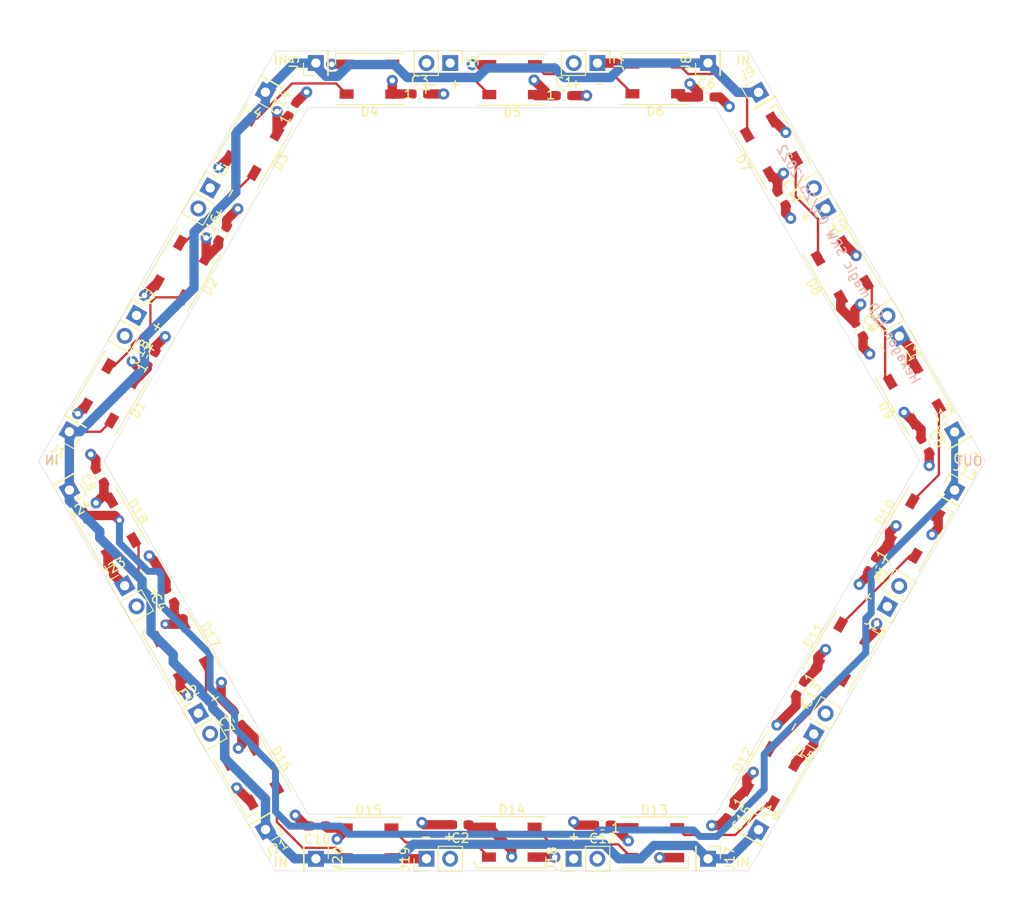
<source format=kicad_pcb>
(kicad_pcb (version 20171130) (host pcbnew "(5.1.6-0-10_14)")
  (layers (0 F.Cu signal) (1 GND signal hide) (2 PWR signal hide) (31 B.Cu signal) (34 B.Paste user) (35 F.Paste user) (36 B.SilkS user) (37 F.SilkS user) (38 B.Mask user) (39 F.Mask user) (44 Edge.Cuts user))
  (net 0 "")
  (net 1 GND)
  (net 2 "Net-(D1-Pad2)")
  (net 3 +5V)
  (net 4 "Net-(D2-Pad2)")
  (net 5 "Net-(D3-Pad2)")
  (net 6 "Net-(D4-Pad2)")
  (net 7 "Net-(D5-Pad2)")
  (net 8 "Net-(D6-Pad2)")
  (net 9 "Net-(D7-Pad2)")
  (net 10 "Net-(D8-Pad2)")
  (net 11 "Net-(D10-Pad4)")
  (net 12 "Net-(D11-Pad2)")
  (net 13 "Net-(D12-Pad2)")
  (net 14 "Net-(D13-Pad2)")
  (net 15 "Net-(D14-Pad2)")
  (net 16 "Net-(D15-Pad2)")
  (net 17 "Net-(D16-Pad2)")
  (net 18 "Net-(D17-Pad2)")
  (net 19 /in)
  (net 20 /int)
  (net 21 /out)
  (module Connector_PinHeader_2.54mm:PinHeader_1x02_P2.54mm_Vertical (layer F.Cu) (at 131.576451 133.676989 30)
    (fp_text reference J22 (at 0 -2.33 30) (layer F.SilkS))
    (fp_text value Conn_01x02_Male)
    (pad 2 thru_hole oval (at 0 2.54 30) (size 1.7 1.7) (drill 1) (layers *.Cu *.Mask) (net 1 GND))
    (pad 1 thru_hole rect (at 0 0 30) (size 1.7 1.7) (drill 1) (layers *.Cu *.Mask) (net 3 +5V))
  )
  (module Connector_PinHeader_2.54mm:PinHeader_1x02_P2.54mm_Vertical (layer F.Cu) (at 171.862651 149.293748 90)
    (fp_text reference J18 (at 0 -2.33 90) (layer F.SilkS))
    (fp_text value Conn_01x02_Male)
    (pad 1 thru_hole rect (at 0 0 90) (size 1.7 1.7) (drill 1) (layers *.Cu *.Mask) (net 3 +5V))
    (pad 2 thru_hole oval (at 0 2.54 90) (size 1.7 1.7) (drill 1) (layers *.Cu *.Mask) (net 1 GND))
  )
  (module Connector_PinHeader_2.54mm:PinHeader_1x01_P2.54mm_Vertical (layer F.Cu) (at 186.284307 149.292789 270)
    (fp_text reference J17 (at 0 -2.33 90) (layer F.SilkS))
    (fp_text value Conn_01x01_Male)
    (pad 1 thru_hole rect (at 0 0 270) (size 1.7 1.7) (drill 1) (layers *.Cu *.Mask) (net 19 /in))
  )
  (module Connector_PinHeader_2.54mm:PinHeader_1x01_P2.54mm_Vertical (layer F.Cu) (at 144.197683 149.296615 270)
    (fp_text reference J20 (at 0 -2.33 90) (layer F.SilkS))
    (fp_text value Conn_01x01_Male)
    (pad 1 thru_hole rect (at 0 0 270) (size 1.7 1.7) (drill 1) (layers *.Cu *.Mask) (net 19 /in))
  )
  (module Connector_PinHeader_2.54mm:PinHeader_1x01_P2.54mm_Vertical (layer F.Cu) (at 138.788109 146.166031 210)
    (fp_text reference J21 (at 0 -2.33 30) (layer F.SilkS))
    (fp_text value Conn_01x01_Male)
    (pad 1 thru_hole rect (at 0 0 210) (size 1.7 1.7) (drill 1) (layers *.Cu *.Mask) (net 19 /in))
  )
  (module Connector_PinHeader_2.54mm:PinHeader_1x02_P2.54mm_Vertical (layer F.Cu) (at 123.679225 119.995388 30)
    (fp_text reference J23 (at 0 -2.33 30) (layer F.SilkS))
    (fp_text value Conn_01x02_Male)
    (pad 1 thru_hole rect (at 0 0 30) (size 1.7 1.7) (drill 1) (layers *.Cu *.Mask) (net 1 GND))
    (pad 2 thru_hole oval (at 0 2.54 30) (size 1.7 1.7) (drill 1) (layers *.Cu *.Mask) (net 3 +5V))
  )
  (module Connector_PinHeader_2.54mm:PinHeader_1x01_P2.54mm_Vertical (layer F.Cu) (at 117.741483 109.719858 210)
    (fp_text reference J24 (at 0 -2.33 30) (layer F.SilkS))
    (fp_text value Conn_01x01_Male)
    (pad 1 thru_hole rect (at 0 0 210) (size 1.7 1.7) (drill 1) (layers *.Cu *.Mask) (net 19 /in))
  )
  (module LED_SMD:LED_WS2812B_PLCC4_5.0x5.0mm_P3.2mm (layer F.Cu) (at 122.041129 113.772652 300)
    (fp_text reference D18 (at 0 -3.5 120) (layer F.SilkS))
    (fp_text value WS2812B)
    (pad 3 smd rect (at 2.45 1.6 300) (size 1.5 1) (layers F.Cu F.Paste F.Mask) (net 1 GND))
    (pad 4 smd rect (at 2.45 -1.6 300) (size 1.5 1) (layers F.Cu F.Paste F.Mask) (net 18 "Net-(D17-Pad2)"))
    (pad 2 smd rect (at -2.45 1.6 300) (size 1.5 1) (layers F.Cu F.Paste F.Mask) (net 21 /out))
    (pad 1 smd rect (at -2.45 -1.6 300) (size 1.5 1) (layers F.Cu F.Paste F.Mask) (net 3 +5V))
  )
  (module Connector_PinHeader_2.54mm:PinHeader_1x02_P2.54mm_Vertical (layer F.Cu) (at 156.065424 149.292147 90)
    (fp_text reference J19 (at 0 -2.33 90) (layer F.SilkS))
    (fp_text value Conn_01x02_Male)
    (pad 2 thru_hole oval (at 0 2.54 90) (size 1.7 1.7) (drill 1) (layers *.Cu *.Mask) (net 3 +5V))
    (pad 1 thru_hole rect (at 0 0 90) (size 1.7 1.7) (drill 1) (layers *.Cu *.Mask) (net 1 GND))
  )
  (module LED_SMD:LED_WS2812B_PLCC4_5.0x5.0mm_P3.2mm (layer F.Cu) (at 137.398552 140.324637 300)
    (fp_text reference D16 (at 0 -3.5 120) (layer F.SilkS))
    (fp_text value WS2812B)
    (pad 3 smd rect (at 2.45 1.6 300) (size 1.5 1) (layers F.Cu F.Paste F.Mask) (net 1 GND))
    (pad 4 smd rect (at 2.45 -1.6 300) (size 1.5 1) (layers F.Cu F.Paste F.Mask) (net 16 "Net-(D15-Pad2)"))
    (pad 2 smd rect (at -2.45 1.6 300) (size 1.5 1) (layers F.Cu F.Paste F.Mask) (net 17 "Net-(D16-Pad2)"))
    (pad 1 smd rect (at -2.45 -1.6 300) (size 1.5 1) (layers F.Cu F.Paste F.Mask) (net 3 +5V))
  )
  (module Connector_PinHeader_2.54mm:PinHeader_1x02_P2.54mm_Vertical (layer F.Cu) (at 205.535273 122.223545 150)
    (fp_text reference J14 (at 0 -2.33 150) (layer F.SilkS))
    (fp_text value Conn_01x02_Male)
    (pad 2 thru_hole oval (at 0 2.54 150) (size 1.7 1.7) (drill 1) (layers *.Cu *.Mask) (net 1 GND))
    (pad 1 thru_hole rect (at 0 0 150) (size 1.7 1.7) (drill 1) (layers *.Cu *.Mask) (net 3 +5V))
  )
  (module Connector_PinHeader_2.54mm:PinHeader_1x02_P2.54mm_Vertical (layer F.Cu) (at 197.635273 135.903544 150)
    (fp_text reference J15 (at 0 -2.33 150) (layer F.SilkS))
    (fp_text value Conn_01x02_Male)
    (pad 1 thru_hole rect (at 0 0 150) (size 1.7 1.7) (drill 1) (layers *.Cu *.Mask) (net 1 GND))
    (pad 2 thru_hole oval (at 0 2.54 150) (size 1.7 1.7) (drill 1) (layers *.Cu *.Mask) (net 3 +5V))
  )
  (module Connector_PinHeader_2.54mm:PinHeader_1x01_P2.54mm_Vertical (layer F.Cu) (at 212.745272 109.733545 330)
    (fp_text reference J13 (at 0 -2.33 150) (layer F.SilkS))
    (fp_text value Conn_01x01_Male)
    (pad 1 thru_hole rect (at 0 0 330) (size 1.7 1.7) (drill 1) (layers *.Cu *.Mask) (net 21 /out))
  )
  (module LED_SMD:LED_WS2812B_PLCC4_5.0x5.0mm_P3.2mm (layer F.Cu) (at 208.375274 113.853544 60)
    (fp_text reference D10 (at 0 -3.5 60) (layer F.SilkS))
    (fp_text value WS2812B)
    (fp_text user 1 (at -4.15 -1.6 60) (layer F.SilkS))
    (pad 1 smd rect (at -2.45 -1.6 60) (size 1.5 1) (layers F.Cu F.Paste F.Mask) (net 3 +5V))
    (pad 2 smd rect (at -2.45 1.6 60) (size 1.5 1) (layers F.Cu F.Paste F.Mask) (net 20 /int))
    (pad 4 smd rect (at 2.45 -1.6 60) (size 1.5 1) (layers F.Cu F.Paste F.Mask) (net 11 "Net-(D10-Pad4)"))
    (pad 3 smd rect (at 2.45 1.6 60) (size 1.5 1) (layers F.Cu F.Paste F.Mask) (net 1 GND))
  )
  (module Connector_PinHeader_2.54mm:PinHeader_1x01_P2.54mm_Vertical (layer F.Cu) (at 191.705273 146.183544 330)
    (fp_text reference J16 (at 0 -2.33 150) (layer F.SilkS))
    (fp_text value Conn_01x01_Male)
    (pad 1 thru_hole rect (at 0 0 330) (size 1.7 1.7) (drill 1) (layers *.Cu *.Mask) (net 19 /in))
  )
  (module LED_SMD:LED_WS2812B_PLCC4_5.0x5.0mm_P3.2mm (layer F.Cu) (at 193.065273 140.433544 60)
    (fp_text reference D12 (at 0 -3.5 60) (layer F.SilkS))
    (fp_text value WS2812B)
    (fp_text user 1 (at -4.15 -1.6 60) (layer F.SilkS))
    (pad 3 smd rect (at 2.45 1.6 60) (size 1.5 1) (layers F.Cu F.Paste F.Mask) (net 1 GND))
    (pad 4 smd rect (at 2.45 -1.6 60) (size 1.5 1) (layers F.Cu F.Paste F.Mask) (net 12 "Net-(D11-Pad2)"))
    (pad 2 smd rect (at -2.45 1.6 60) (size 1.5 1) (layers F.Cu F.Paste F.Mask) (net 13 "Net-(D12-Pad2)"))
    (pad 1 smd rect (at -2.45 -1.6 60) (size 1.5 1) (layers F.Cu F.Paste F.Mask) (net 3 +5V))
  )
  (module LED_SMD:LED_WS2812B_PLCC4_5.0x5.0mm_P3.2mm (layer F.Cu) (at 200.675273 127.083544 60)
    (fp_text reference D11 (at 0 -3.5 60) (layer F.SilkS))
    (fp_text value WS2812B)
    (fp_text user 1 (at -4.15 -1.6 60) (layer F.SilkS))
    (pad 3 smd rect (at 2.45 1.6 60) (size 1.5 1) (layers F.Cu F.Paste F.Mask) (net 1 GND))
    (pad 4 smd rect (at 2.45 -1.6 60) (size 1.5 1) (layers F.Cu F.Paste F.Mask) (net 20 /int))
    (pad 2 smd rect (at -2.45 1.6 60) (size 1.5 1) (layers F.Cu F.Paste F.Mask) (net 12 "Net-(D11-Pad2)"))
    (pad 1 smd rect (at -2.45 -1.6 60) (size 1.5 1) (layers F.Cu F.Paste F.Mask) (net 3 +5V))
  )
  (module LED_SMD:LED_WS2812B_PLCC4_5.0x5.0mm_P3.2mm (layer F.Cu) (at 208.452005 99.430629 120)
    (fp_text reference D9 (at 0 -3.5 120) (layer F.SilkS))
    (fp_text value WS2812B)
    (pad 1 smd rect (at -2.45 -1.6 120) (size 1.5 1) (layers F.Cu F.Paste F.Mask) (net 3 +5V))
    (pad 2 smd rect (at -2.45 1.6 120) (size 1.5 1) (layers F.Cu F.Paste F.Mask) (net 11 "Net-(D10-Pad4)"))
    (pad 4 smd rect (at 2.45 -1.6 120) (size 1.5 1) (layers F.Cu F.Paste F.Mask) (net 10 "Net-(D8-Pad2)"))
    (pad 3 smd rect (at 2.45 1.6 120) (size 1.5 1) (layers F.Cu F.Paste F.Mask) (net 1 GND))
  )
  (module LED_SMD:LED_WS2812B_PLCC4_5.0x5.0mm_P3.2mm (layer F.Cu) (at 193.088049 72.88178 120)
    (fp_text reference D7 (at 0 -3.5 120) (layer F.SilkS))
    (fp_text value WS2812B)
    (pad 3 smd rect (at 2.45 1.6 120) (size 1.5 1) (layers F.Cu F.Paste F.Mask) (net 1 GND))
    (pad 4 smd rect (at 2.45 -1.6 120) (size 1.5 1) (layers F.Cu F.Paste F.Mask) (net 8 "Net-(D6-Pad2)"))
    (pad 2 smd rect (at -2.45 1.6 120) (size 1.5 1) (layers F.Cu F.Paste F.Mask) (net 9 "Net-(D7-Pad2)"))
    (pad 1 smd rect (at -2.45 -1.6 120) (size 1.5 1) (layers F.Cu F.Paste F.Mask) (net 3 +5V))
  )
  (module Connector_PinHeader_2.54mm:PinHeader_1x01_P2.54mm_Vertical (layer F.Cu) (at 212.75165 103.483424 30)
    (fp_text reference J12 (at 0 -2.33 30) (layer F.SilkS))
    (fp_text value Conn_01x01_Male)
    (pad 1 thru_hole rect (at 0 0 30) (size 1.7 1.7) (drill 1) (layers *.Cu *.Mask) (net 21 /out))
  )
  (module Connector_PinHeader_2.54mm:PinHeader_1x01_P2.54mm_Vertical (layer F.Cu) (at 191.705025 67.037252 30)
    (fp_text reference J9 (at 0 -2.33 30) (layer F.SilkS))
    (fp_text value Conn_01x01_Male)
    (pad 1 thru_hole rect (at 0 0 30) (size 1.7 1.7) (drill 1) (layers *.Cu *.Mask) (net 19 /in))
  )
  (module Connector_PinHeader_2.54mm:PinHeader_1x02_P2.54mm_Vertical (layer F.Cu) (at 198.916683 79.526293 210)
    (fp_text reference J10 (at 0 -2.33 30) (layer F.SilkS))
    (fp_text value Conn_01x02_Male)
    (pad 1 thru_hole rect (at 0 0 210) (size 1.7 1.7) (drill 1) (layers *.Cu *.Mask) (net 3 +5V))
    (pad 2 thru_hole oval (at 0 2.54 210) (size 1.7 1.7) (drill 1) (layers *.Cu *.Mask) (net 1 GND))
  )
  (module Connector_PinHeader_2.54mm:PinHeader_1x02_P2.54mm_Vertical (layer F.Cu) (at 206.81391 93.207893 210)
    (fp_text reference J11 (at 0 -2.33 30) (layer F.SilkS))
    (fp_text value Conn_01x02_Male)
    (pad 2 thru_hole oval (at 0 2.54 210) (size 1.7 1.7) (drill 1) (layers *.Cu *.Mask) (net 3 +5V))
    (pad 1 thru_hole rect (at 0 0 210) (size 1.7 1.7) (drill 1) (layers *.Cu *.Mask) (net 1 GND))
  )
  (module LED_SMD:LED_WS2812B_PLCC4_5.0x5.0mm_P3.2mm (layer F.Cu) (at 200.695565 86.165177 120)
    (fp_text reference D8 (at 0 -3.5 120) (layer F.SilkS))
    (fp_text value WS2812B)
    (pad 1 smd rect (at -2.45 -1.6 120) (size 1.5 1) (layers F.Cu F.Paste F.Mask) (net 3 +5V))
    (pad 2 smd rect (at -2.45 1.6 120) (size 1.5 1) (layers F.Cu F.Paste F.Mask) (net 10 "Net-(D8-Pad2)"))
    (pad 4 smd rect (at 2.45 -1.6 120) (size 1.5 1) (layers F.Cu F.Paste F.Mask) (net 9 "Net-(D7-Pad2)"))
    (pad 3 smd rect (at 2.45 1.6 120) (size 1.5 1) (layers F.Cu F.Paste F.Mask) (net 1 GND))
  )
  (module Connector_PinHeader_2.54mm:PinHeader_1x02_P2.54mm_Vertical (layer F.Cu) (at 158.614808 63.896332 270)
    (fp_text reference J6 (at 0 -2.33 90) (layer F.SilkS))
    (fp_text value Conn_01x02_Male)
    (pad 2 thru_hole oval (at 0 2.54 270) (size 1.7 1.7) (drill 1) (layers *.Cu *.Mask) (net 1 GND))
    (pad 1 thru_hole rect (at 0 0 270) (size 1.7 1.7) (drill 1) (layers *.Cu *.Mask) (net 3 +5V))
  )
  (module Connector_PinHeader_2.54mm:PinHeader_1x02_P2.54mm_Vertical (layer F.Cu) (at 174.412035 63.897933 270)
    (fp_text reference J7 (at 0 -2.33 90) (layer F.SilkS))
    (fp_text value Conn_01x02_Male)
    (pad 1 thru_hole rect (at 0 0 270) (size 1.7 1.7) (drill 1) (layers *.Cu *.Mask) (net 1 GND))
    (pad 2 thru_hole oval (at 0 2.54 270) (size 1.7 1.7) (drill 1) (layers *.Cu *.Mask) (net 3 +5V))
  )
  (module Connector_PinHeader_2.54mm:PinHeader_1x01_P2.54mm_Vertical (layer F.Cu) (at 144.193151 63.897289 90)
    (fp_text reference J5 (at 0 -2.33 90) (layer F.SilkS))
    (fp_text value Conn_01x01_Male)
    (pad 1 thru_hole rect (at 0 0 90) (size 1.7 1.7) (drill 1) (layers *.Cu *.Mask) (net 19 /in))
  )
  (module LED_SMD:LED_WS2812B_PLCC4_5.0x5.0mm_P3.2mm (layer F.Cu) (at 149.946174 65.621819 180)
    (fp_text reference D4 (at 0 -3.5) (layer F.SilkS))
    (fp_text value WS2812B)
    (fp_text user 1 (at -4.15 -1.6) (layer F.SilkS))
    (pad 1 smd rect (at -2.45 -1.6 180) (size 1.5 1) (layers F.Cu F.Paste F.Mask) (net 3 +5V))
    (pad 2 smd rect (at -2.45 1.6 180) (size 1.5 1) (layers F.Cu F.Paste F.Mask) (net 6 "Net-(D4-Pad2)"))
    (pad 4 smd rect (at 2.45 -1.6 180) (size 1.5 1) (layers F.Cu F.Paste F.Mask) (net 5 "Net-(D3-Pad2)"))
    (pad 3 smd rect (at 2.45 1.6 180) (size 1.5 1) (layers F.Cu F.Paste F.Mask) (net 1 GND))
  )
  (module Connector_PinHeader_2.54mm:PinHeader_1x01_P2.54mm_Vertical (layer F.Cu) (at 186.279776 63.893464 90)
    (fp_text reference J8 (at 0 -2.33 90) (layer F.SilkS))
    (fp_text value Conn_01x01_Male)
    (pad 1 thru_hole rect (at 0 0 90) (size 1.7 1.7) (drill 1) (layers *.Cu *.Mask) (net 19 /in))
  )
  (module LED_SMD:LED_WS2812B_PLCC4_5.0x5.0mm_P3.2mm (layer F.Cu) (at 180.62013 65.590669 180)
    (fp_text reference D6 (at 0 -3.5) (layer F.SilkS))
    (fp_text value WS2812B)
    (pad 3 smd rect (at 2.45 1.6 180) (size 1.5 1) (layers F.Cu F.Paste F.Mask) (net 1 GND))
    (pad 4 smd rect (at 2.45 -1.6 180) (size 1.5 1) (layers F.Cu F.Paste F.Mask) (net 7 "Net-(D5-Pad2)"))
    (pad 2 smd rect (at -2.45 1.6 180) (size 1.5 1) (layers F.Cu F.Paste F.Mask) (net 8 "Net-(D6-Pad2)"))
    (pad 1 smd rect (at -2.45 -1.6 180) (size 1.5 1) (layers F.Cu F.Paste F.Mask) (net 3 +5V))
  )
  (module LED_SMD:LED_WS2812B_PLCC4_5.0x5.0mm_P3.2mm (layer F.Cu) (at 165.253691 65.675216 180)
    (fp_text reference D5 (at 0 -3.5) (layer F.SilkS))
    (fp_text value WS2812B)
    (fp_text user 1 (at -4.15 -1.6) (layer F.SilkS))
    (pad 3 smd rect (at 2.45 1.6 180) (size 1.5 1) (layers F.Cu F.Paste F.Mask) (net 1 GND))
    (pad 4 smd rect (at 2.45 -1.6 180) (size 1.5 1) (layers F.Cu F.Paste F.Mask) (net 6 "Net-(D4-Pad2)"))
    (pad 2 smd rect (at -2.45 1.6 180) (size 1.5 1) (layers F.Cu F.Paste F.Mask) (net 7 "Net-(D5-Pad2)"))
    (pad 1 smd rect (at -2.45 -1.6 180) (size 1.5 1) (layers F.Cu F.Paste F.Mask) (net 3 +5V))
  )
  (module LED_SMD:LED_WS2812B_PLCC4_5.0x5.0mm_P3.2mm (layer F.Cu) (at 137.417198 72.766826 240)
    (fp_text reference D3 (at 0 -3.5 60) (layer F.SilkS))
    (fp_text value WS2812B)
    (fp_text user 1 (at -4.15 -1.6 60) (layer F.SilkS))
    (pad 1 smd rect (at -2.45 -1.6 240) (size 1.5 1) (layers F.Cu F.Paste F.Mask) (net 3 +5V))
    (pad 2 smd rect (at -2.45 1.6 240) (size 1.5 1) (layers F.Cu F.Paste F.Mask) (net 5 "Net-(D3-Pad2)"))
    (pad 4 smd rect (at 2.45 -1.6 240) (size 1.5 1) (layers F.Cu F.Paste F.Mask) (net 4 "Net-(D2-Pad2)"))
    (pad 3 smd rect (at 2.45 1.6 240) (size 1.5 1) (layers F.Cu F.Paste F.Mask) (net 1 GND))
  )
  (module LED_SMD:LED_WS2812B_PLCC4_5.0x5.0mm_P3.2mm (layer F.Cu) (at 122.107198 99.346826 240)
    (fp_text reference D1 (at 0 -3.5 60) (layer F.SilkS))
    (fp_text value WS2812B)
    (fp_text user 1 (at -4.15 -1.6 60) (layer F.SilkS))
    (pad 3 smd rect (at 2.45 1.6 240) (size 1.5 1) (layers F.Cu F.Paste F.Mask) (net 1 GND))
    (pad 4 smd rect (at 2.45 -1.6 240) (size 1.5 1) (layers F.Cu F.Paste F.Mask) (net 19 /in))
    (pad 2 smd rect (at -2.45 1.6 240) (size 1.5 1) (layers F.Cu F.Paste F.Mask) (net 2 "Net-(D1-Pad2)"))
    (pad 1 smd rect (at -2.45 -1.6 240) (size 1.5 1) (layers F.Cu F.Paste F.Mask) (net 3 +5V))
  )
  (module Connector_PinHeader_2.54mm:PinHeader_1x01_P2.54mm_Vertical (layer F.Cu) (at 138.777199 67.016826 150)
    (fp_text reference J4 (at 0 -2.33 150) (layer F.SilkS))
    (fp_text value Conn_01x01_Male)
    (pad 1 thru_hole rect (at 0 0 150) (size 1.7 1.7) (drill 1) (layers *.Cu *.Mask) (net 19 /in))
  )
  (module Connector_PinHeader_2.54mm:PinHeader_1x01_P2.54mm_Vertical (layer F.Cu) (at 117.7372 103.466824 150)
    (fp_text reference J1 (at 0 -2.33 150) (layer F.SilkS))
    (fp_text value Conn_01x01_Male)
    (pad 1 thru_hole rect (at 0 0 150) (size 1.7 1.7) (drill 1) (layers *.Cu *.Mask) (net 19 /in))
  )
  (module Connector_PinHeader_2.54mm:PinHeader_1x02_P2.54mm_Vertical (layer F.Cu) (at 124.947198 90.976825 330)
    (fp_text reference J2 (at 0 -2.33 150) (layer F.SilkS))
    (fp_text value Conn_01x02_Male)
    (pad 1 thru_hole rect (at 0 0 330) (size 1.7 1.7) (drill 1) (layers *.Cu *.Mask) (net 3 +5V))
    (pad 2 thru_hole oval (at 0 2.54 330) (size 1.7 1.7) (drill 1) (layers *.Cu *.Mask) (net 1 GND))
  )
  (module Connector_PinHeader_2.54mm:PinHeader_1x02_P2.54mm_Vertical (layer F.Cu) (at 132.847198 77.296826 330)
    (fp_text reference J3 (at 0 -2.33 150) (layer F.SilkS))
    (fp_text value Conn_01x02_Male)
    (pad 2 thru_hole oval (at 0 2.54 330) (size 1.7 1.7) (drill 1) (layers *.Cu *.Mask) (net 3 +5V))
    (pad 1 thru_hole rect (at 0 0 330) (size 1.7 1.7) (drill 1) (layers *.Cu *.Mask) (net 1 GND))
  )
  (module LED_SMD:LED_WS2812B_PLCC4_5.0x5.0mm_P3.2mm (layer F.Cu) (at 129.807199 86.116826 240)
    (fp_text reference D2 (at 0 -3.5 60) (layer F.SilkS))
    (fp_text value WS2812B)
    (pad 1 smd rect (at -2.45 -1.6 240) (size 1.5 1) (layers F.Cu F.Paste F.Mask) (net 3 +5V))
    (pad 2 smd rect (at -2.45 1.6 240) (size 1.5 1) (layers F.Cu F.Paste F.Mask) (net 4 "Net-(D2-Pad2)"))
    (pad 4 smd rect (at 2.45 -1.6 240) (size 1.5 1) (layers F.Cu F.Paste F.Mask) (net 2 "Net-(D1-Pad2)"))
    (pad 3 smd rect (at 2.45 1.6 240) (size 1.5 1) (layers F.Cu F.Paste F.Mask) (net 1 GND))
  )
  (module LED_SMD:LED_WS2812B_PLCC4_5.0x5.0mm_P3.2mm (layer F.Cu) (at 180.524753 147.571394)
    (fp_text reference D13 (at 0 -3.5) (layer F.SilkS))
    (fp_text value WS2812B)
    (fp_text user 1 (at -4.15 -1.6) (layer F.SilkS))
    (pad 1 smd rect (at -2.45 -1.6) (size 1.5 1) (layers F.Cu F.Paste F.Mask) (net 3 +5V))
    (pad 2 smd rect (at -2.45 1.6) (size 1.5 1) (layers F.Cu F.Paste F.Mask) (net 14 "Net-(D13-Pad2)"))
    (pad 4 smd rect (at 2.45 -1.6) (size 1.5 1) (layers F.Cu F.Paste F.Mask) (net 13 "Net-(D12-Pad2)"))
    (pad 3 smd rect (at 2.45 1.6) (size 1.5 1) (layers F.Cu F.Paste F.Mask) (net 1 GND))
  )
  (module LED_SMD:LED_WS2812B_PLCC4_5.0x5.0mm_P3.2mm (layer F.Cu) (at 149.850797 147.602545)
    (fp_text reference D15 (at 0 -3.5) (layer F.SilkS))
    (fp_text value WS2812B)
    (pad 3 smd rect (at 2.45 1.6) (size 1.5 1) (layers F.Cu F.Paste F.Mask) (net 1 GND))
    (pad 4 smd rect (at 2.45 -1.6) (size 1.5 1) (layers F.Cu F.Paste F.Mask) (net 15 "Net-(D14-Pad2)"))
    (pad 2 smd rect (at -2.45 1.6) (size 1.5 1) (layers F.Cu F.Paste F.Mask) (net 16 "Net-(D15-Pad2)"))
    (pad 1 smd rect (at -2.45 -1.6) (size 1.5 1) (layers F.Cu F.Paste F.Mask) (net 3 +5V))
  )
  (module LED_SMD:LED_WS2812B_PLCC4_5.0x5.0mm_P3.2mm (layer F.Cu) (at 165.217236 147.517998)
    (fp_text reference D14 (at 0 -3.5) (layer F.SilkS))
    (fp_text value WS2812B)
    (pad 3 smd rect (at 2.45 1.6) (size 1.5 1) (layers F.Cu F.Paste F.Mask) (net 1 GND))
    (pad 4 smd rect (at 2.45 -1.6) (size 1.5 1) (layers F.Cu F.Paste F.Mask) (net 14 "Net-(D13-Pad2)"))
    (pad 2 smd rect (at -2.45 1.6) (size 1.5 1) (layers F.Cu F.Paste F.Mask) (net 15 "Net-(D14-Pad2)"))
    (pad 1 smd rect (at -2.45 -1.6) (size 1.5 1) (layers F.Cu F.Paste F.Mask) (net 3 +5V))
  )
  (module LED_SMD:LED_WS2812B_PLCC4_5.0x5.0mm_P3.2mm (layer F.Cu) (at 129.791036 127.04124 300)
    (fp_text reference D17 (at 0 -3.5 120) (layer F.SilkS))
    (fp_text value WS2812B)
    (pad 1 smd rect (at -2.45 -1.6 300) (size 1.5 1) (layers F.Cu F.Paste F.Mask) (net 3 +5V))
    (pad 2 smd rect (at -2.45 1.6 300) (size 1.5 1) (layers F.Cu F.Paste F.Mask) (net 18 "Net-(D17-Pad2)"))
    (pad 4 smd rect (at 2.45 -1.6 300) (size 1.5 1) (layers F.Cu F.Paste F.Mask) (net 17 "Net-(D16-Pad2)"))
    (pad 3 smd rect (at 2.45 1.6 300) (size 1.5 1) (layers F.Cu F.Paste F.Mask) (net 1 GND))
  )
  (module Capacitor_SMD:C_0603_1608Metric_Pad1.05x0.95mm_HandSolder (layer F.Cu) (at 170.83 67.39)
    (fp_text reference C1 (at 0 -1.43) (layer F.SilkS))
    (fp_text value C)
    (pad 2 smd roundrect (at 0.875 0) (size 1.05 0.95) (layers F.Cu F.Paste F.Mask) (net 1 GND))
    (pad 1 smd roundrect (at -0.875 0) (size 1.05 0.95) (layers F.Cu F.Paste F.Mask) (net 3 +5V))
  )
  (module Capacitor_SMD:C_0603_1608Metric_Pad1.05x0.95mm_HandSolder (layer F.Cu) (at 159.7 145.65 180)
    (fp_text reference C2 (at 0 -1.43) (layer F.SilkS))
    (fp_text value C)
    (pad 2 smd roundrect (at 0.875 0 180) (size 1.05 0.95) (layers F.Cu F.Paste F.Mask) (net 1 GND))
    (pad 1 smd roundrect (at -0.875 0 180) (size 1.05 0.95) (layers F.Cu F.Paste F.Mask) (net 3 +5V))
  )
  (module Capacitor_SMD:C_0603_1608Metric_Pad1.05x0.95mm_HandSolder (layer F.Cu) (at 155.355 67.21)
    (fp_text reference C3 (at 0 -1.43) (layer F.SilkS))
    (fp_text value C)
    (pad 1 smd roundrect (at -0.875 0) (size 1.05 0.95) (layers F.Cu F.Paste F.Mask) (net 3 +5V))
    (pad 2 smd roundrect (at 0.875 0) (size 1.05 0.95) (layers F.Cu F.Paste F.Mask) (net 1 GND))
  )
  (module Capacitor_SMD:C_0603_1608Metric_Pad1.05x0.95mm_HandSolder (layer F.Cu) (at 128.5475 121.067772 120)
    (fp_text reference C4 (at 0 -1.43 120) (layer F.SilkS))
    (fp_text value C)
    (pad 2 smd roundrect (at 0.875 0 120) (size 1.05 0.95) (layers F.Cu F.Paste F.Mask) (net 1 GND))
    (pad 1 smd roundrect (at -0.875 0 120) (size 1.05 0.95) (layers F.Cu F.Paste F.Mask) (net 3 +5V))
  )
  (module Capacitor_SMD:C_0603_1608Metric_Pad1.05x0.95mm_HandSolder (layer F.Cu) (at 209.5875 104.957772 300)
    (fp_text reference C5 (at 0 -1.43 120) (layer F.SilkS))
    (fp_text value C)
    (pad 2 smd roundrect (at 0.875 0 300) (size 1.05 0.95) (layers F.Cu F.Paste F.Mask) (net 1 GND))
    (pad 1 smd roundrect (at -0.875 0 300) (size 1.05 0.95) (layers F.Cu F.Paste F.Mask) (net 3 +5V))
  )
  (module Capacitor_SMD:C_0603_1608Metric_Pad1.05x0.95mm_HandSolder (layer F.Cu) (at 186.105 67.54)
    (fp_text reference C6 (at 0 -1.43) (layer F.SilkS))
    (fp_text value C)
    (pad 2 smd roundrect (at 0.875 0) (size 1.05 0.95) (layers F.Cu F.Paste F.Mask) (net 1 GND))
    (pad 1 smd roundrect (at -0.875 0) (size 1.05 0.95) (layers F.Cu F.Paste F.Mask) (net 3 +5V))
  )
  (module Capacitor_SMD:C_0603_1608Metric_Pad1.05x0.95mm_HandSolder (layer F.Cu) (at 135.81 134.22 120)
    (fp_text reference C7 (at 0 -1.43 120) (layer F.SilkS))
    (fp_text value C)
    (pad 2 smd roundrect (at 0.875 0 120) (size 1.05 0.95) (layers F.Cu F.Paste F.Mask) (net 1 GND))
    (pad 1 smd roundrect (at -0.875 0 120) (size 1.05 0.95) (layers F.Cu F.Paste F.Mask) (net 3 +5V))
  )
  (module Capacitor_SMD:C_0603_1608Metric_Pad1.05x0.95mm_HandSolder (layer F.Cu) (at 121.0075 108.197772 120)
    (fp_text reference C8 (at 0 -1.43 120) (layer F.SilkS))
    (fp_text value C)
    (pad 2 smd roundrect (at 0.875 0 120) (size 1.05 0.95) (layers F.Cu F.Paste F.Mask) (net 1 GND))
    (pad 1 smd roundrect (at -0.875 0 120) (size 1.05 0.95) (layers F.Cu F.Paste F.Mask) (net 3 +5V))
  )
  (module Capacitor_SMD:C_0603_1608Metric_Pad1.05x0.95mm_HandSolder (layer F.Cu) (at 202.48 92.5 300)
    (fp_text reference C9 (at 0 -1.43 120) (layer F.SilkS))
    (fp_text value C)
    (pad 2 smd roundrect (at 0.875 0 300) (size 1.05 0.95) (layers F.Cu F.Paste F.Mask) (net 1 GND))
    (pad 1 smd roundrect (at -0.875 0 300) (size 1.05 0.95) (layers F.Cu F.Paste F.Mask) (net 3 +5V))
  )
  (module Capacitor_SMD:C_0603_1608Metric_Pad1.05x0.95mm_HandSolder (layer F.Cu) (at 144.355 145.77 180)
    (fp_text reference C10 (at 0 -1.43) (layer F.SilkS))
    (fp_text value C)
    (pad 1 smd roundrect (at -0.875 0 180) (size 1.05 0.95) (layers F.Cu F.Paste F.Mask) (net 3 +5V))
    (pad 2 smd roundrect (at 0.875 0 180) (size 1.05 0.95) (layers F.Cu F.Paste F.Mask) (net 1 GND))
  )
  (module Capacitor_SMD:C_0603_1608Metric_Pad1.05x0.95mm_HandSolder (layer F.Cu) (at 194.18 78.42 300)
    (fp_text reference C11 (at 0 -1.43 120) (layer F.SilkS))
    (fp_text value C)
    (pad 1 smd roundrect (at -0.875 0 300) (size 1.05 0.95) (layers F.Cu F.Paste F.Mask) (net 3 +5V))
    (pad 2 smd roundrect (at 0.875 0 300) (size 1.05 0.95) (layers F.Cu F.Paste F.Mask) (net 1 GND))
  )
  (module Capacitor_SMD:C_0603_1608Metric_Pad1.05x0.95mm_HandSolder (layer F.Cu) (at 174.945 145.69 180)
    (fp_text reference C12 (at 0 -1.43) (layer F.SilkS))
    (fp_text value C)
    (pad 1 smd roundrect (at -0.875 0 180) (size 1.05 0.95) (layers F.Cu F.Paste F.Mask) (net 3 +5V))
    (pad 2 smd roundrect (at 0.875 0 180) (size 1.05 0.95) (layers F.Cu F.Paste F.Mask) (net 1 GND))
  )
  (module Capacitor_SMD:C_0603_1608Metric_Pad1.05x0.95mm_HandSolder (layer F.Cu) (at 196.17 131.01 240)
    (fp_text reference C13 (at 0 -1.43 60) (layer F.SilkS))
    (fp_text value C)
    (pad 1 smd roundrect (at -0.875 0 240) (size 1.05 0.95) (layers F.Cu F.Paste F.Mask) (net 3 +5V))
    (pad 2 smd roundrect (at 0.875 0 240) (size 1.05 0.95) (layers F.Cu F.Paste F.Mask) (net 1 GND))
  )
  (module Capacitor_SMD:C_0603_1608Metric_Pad1.05x0.95mm_HandSolder (layer F.Cu) (at 141.6625 68.867772 60)
    (fp_text reference C14 (at 0 -1.43 60) (layer F.SilkS))
    (fp_text value C)
    (pad 1 smd roundrect (at -0.875 0 60) (size 1.05 0.95) (layers F.Cu F.Paste F.Mask) (net 3 +5V))
    (pad 2 smd roundrect (at 0.875 0 60) (size 1.05 0.95) (layers F.Cu F.Paste F.Mask) (net 1 GND))
  )
  (module Capacitor_SMD:C_0603_1608Metric_Pad1.05x0.95mm_HandSolder (layer F.Cu) (at 188.68 144.23 240)
    (fp_text reference C15 (at 0 -1.43 60) (layer F.SilkS))
    (fp_text value C)
    (pad 2 smd roundrect (at 0.875 0 240) (size 1.05 0.95) (layers F.Cu F.Paste F.Mask) (net 1 GND))
    (pad 1 smd roundrect (at -0.875 0 240) (size 1.05 0.95) (layers F.Cu F.Paste F.Mask) (net 3 +5V))
  )
  (module Capacitor_SMD:C_0603_1608Metric_Pad1.05x0.95mm_HandSolder (layer F.Cu) (at 134.1825 82.207772 60)
    (fp_text reference C16 (at 0 -1.43 60) (layer F.SilkS))
    (fp_text value C)
    (pad 1 smd roundrect (at -0.875 0 60) (size 1.05 0.95) (layers F.Cu F.Paste F.Mask) (net 3 +5V))
    (pad 2 smd roundrect (at 0.875 0 60) (size 1.05 0.95) (layers F.Cu F.Paste F.Mask) (net 1 GND))
  )
  (module Capacitor_SMD:C_0603_1608Metric_Pad1.05x0.95mm_HandSolder (layer F.Cu) (at 203.91 117.71 240)
    (fp_text reference C17 (at 0 -1.43 60) (layer F.SilkS))
    (fp_text value C)
    (pad 1 smd roundrect (at -0.875 0 240) (size 1.05 0.95) (layers F.Cu F.Paste F.Mask) (net 3 +5V))
    (pad 2 smd roundrect (at 0.875 0 240) (size 1.05 0.95) (layers F.Cu F.Paste F.Mask) (net 1 GND))
  )
  (module Capacitor_SMD:C_0603_1608Metric_Pad1.05x0.95mm_HandSolder (layer F.Cu) (at 126.5275 95.642228 60)
    (fp_text reference C18 (at 0 -1.43 60) (layer F.SilkS))
    (fp_text value C)
    (pad 1 smd roundrect (at -0.875 0 60) (size 1.05 0.95) (layers F.Cu F.Paste F.Mask) (net 3 +5V))
    (pad 2 smd roundrect (at 0.875 0 60) (size 1.05 0.95) (layers F.Cu F.Paste F.Mask) (net 1 GND))
  )
  (gr_text "Hexagon LED magic SRW 03/25/2022" (at 201.37 85.49 300) (layer B.SilkS) (effects (font (size 1 1)) (justify mirror)))
  (gr_text OUT (at 214.32 106.62) (layer B.SilkS) (effects (font (size 1 1)) (justify mirror)))
  (gr_text IN (at 115.84 106.54) (layer B.SilkS) (effects (font (size 1 1)) (justify mirror)))
  (gr_text OUT (at 214.04 106.35) (layer F.SilkS) (effects (font (size 1 1))))
  (gr_text IN (at 190.011865 149.688397) (layer F.SilkS) (effects (font (size 1 1))))
  (gr_text IN (at 140.421866 149.668397) (layer F.SilkS) (effects (font (size 1 1))))
  (gr_text + (at 196.775263 80.396769 300) (layer F.SilkS) (effects (font (size 1 1))))
  (gr_text - (at 195.505622 78.277686 300) (layer F.SilkS) (effects (font (size 1 1))))
  (gr_text + (at 203.644737 92.343231 120) (layer F.SilkS) (effects (font (size 1 1))))
  (gr_text - (at 204.914378 94.462314 120) (layer F.SilkS) (effects (font (size 1 1))))
  (gr_text + (at 203.505263 121.226769 240) (layer F.SilkS) (effects (font (size 1 1))))
  (gr_text - (at 204.705622 119.067686 240) (layer F.SilkS) (effects (font (size 1 1))))
  (gr_text + (at 196.634737 132.933231 60) (layer F.SilkS) (effects (font (size 1 1))))
  (gr_text - (at 195.434378 135.092314 60) (layer F.SilkS) (effects (font (size 1 1))))
  (gr_text + (at 171.89 147.03 180) (layer F.SilkS) (effects (font (size 1 1))))
  (gr_text - (at 174.36 146.99 180) (layer F.SilkS) (effects (font (size 1 1))))
  (gr_text + (at 158.49 146.87) (layer F.SilkS) (effects (font (size 1 1))))
  (gr_text - (at 156.02 146.91) (layer F.SilkS) (effects (font (size 1 1))))
  (gr_text + (at 133.304737 132.163231 120) (layer F.SilkS) (effects (font (size 1 1))))
  (gr_text - (at 134.574378 134.282314 120) (layer F.SilkS) (effects (font (size 1 1))))
  (gr_text + (at 126.935263 120.686769 300) (layer F.SilkS) (effects (font (size 1 1))))
  (gr_text - (at 125.665622 118.567686 300) (layer F.SilkS) (effects (font (size 1 1))))
  (gr_text + (at 127.084737 92.153231 60) (layer F.SilkS) (effects (font (size 1 1))))
  (gr_text - (at 125.884378 94.312314 60) (layer F.SilkS) (effects (font (size 1 1))))
  (gr_text + (at 133.935263 80.066769 240) (layer F.SilkS) (effects (font (size 1 1))))
  (gr_text - (at 135.135622 77.907686 240) (layer F.SilkS) (effects (font (size 1 1))))
  (gr_text - (at 156.67 66.15) (layer F.SilkS) (effects (font (size 1 1))))
  (gr_text + (at 159.14 66.11) (layer F.SilkS) (effects (font (size 1 1))))
  (gr_text + (at 172.11 66.25 180) (layer F.SilkS) (effects (font (size 1 1))))
  (gr_line (start 139.837529 150.59372) (end 114.437529 106.59963) (layer Edge.Cuts) (width 0.05))
  (gr_text IN (at 115.82 106.56) (layer F.SilkS) (effects (font (size 1 1))))
  (gr_text + (at 126.404918 94.48995 60) (layer F.SilkS) (effects (font (size 1 1))))
  (gr_text IN (at 140.42 63.58) (layer F.SilkS) (effects (font (size 1 1))))
  (gr_text + (at 155.999368 66.668612) (layer F.SilkS) (effects (font (size 1 1))))
  (gr_text - (at 174.58 66.21 180) (layer F.SilkS) (effects (font (size 1 1))))
  (gr_text IN (at 190.07 63.63) (layer F.SilkS) (effects (font (size 1 1))))
  (gr_text + (at 204.691614 118.757301 240) (layer F.SilkS) (effects (font (size 1 1))))
  (gr_line (start 143.361819 144.505971) (end 121.462529 106.607471) (layer Edge.Cuts) (width 0.05))
  (gr_line (start 187.13182 144.505971) (end 143.361819 144.505971) (layer Edge.Cuts) (width 0.05))
  (gr_line (start 209.003238 106.591378) (end 187.13182 144.505971) (layer Edge.Cuts) (width 0.05))
  (gr_line (start 187.113239 68.693287) (end 209.003238 106.591378) (layer Edge.Cuts) (width 0.05))
  (gr_line (start 143.343238 68.693287) (end 187.113239 68.693287) (layer Edge.Cuts) (width 0.05))
  (gr_line (start 121.462529 106.607471) (end 143.343238 68.693287) (layer Edge.Cuts) (width 0.05))
  (gr_line (start 114.437529 106.599629) (end 139.837529 62.605538) (layer Edge.Cuts) (width 0.05))
  (gr_line (start 139.837529 62.605538) (end 190.637529 62.605538) (layer Edge.Cuts) (width 0.05))
  (gr_line (start 190.637529 62.605538) (end 216.037529 106.599629) (layer Edge.Cuts) (width 0.05))
  (gr_line (start 216.037529 106.599629) (end 190.637529 150.59372) (layer Edge.Cuts) (width 0.05))
  (gr_text - (at 161.290746 150.039917 120) (layer F.SilkS) (effects (font (size 1 1))))
  (gr_line (start 190.637529 150.59372) (end 139.837529 150.59372) (layer Edge.Cuts) (width 0.05))
  (gr_text - (at 125.643745 124.901759 60) (layer F.SilkS) (effects (font (size 1 1))))
  (segment (start 119.496557 100.668588) (end 118.64 101.525145) (width 1) (layer F.Cu) (net 1))
  (segment (start 118.64 101.525145) (end 118.64 101.525145) (width 1) (layer F.Cu) (net 1))
  (segment (start 118.64 101.525145) (end 118.64 101.525145) (width 1) (layer F.Cu) (net 1))
  (via (at 118.64 101.525145) (size 1.2) (drill 0.6) (layers F.Cu B.Cu) (net 1))
  (segment (start 127.196558 87.438588) (end 125.8 88.835146) (width 1) (layer F.Cu) (net 1))
  (segment (start 125.8 88.835146) (end 125.8 88.835146) (width 1) (layer F.Cu) (net 1))
  (via (at 125.8 88.835146) (size 1.2) (drill 0.6) (layers F.Cu B.Cu) (net 1))
  (segment (start 134.806557 74.088588) (end 133.78 75.115145) (width 1) (layer F.Cu) (net 1))
  (segment (start 133.78 75.115145) (end 133.78 75.115145) (width 1) (layer F.Cu) (net 1))
  (via (at 133.78 75.115145) (size 1.2) (drill 0.6) (layers F.Cu B.Cu) (net 1))
  (segment (start 147.496174 64.021819) (end 146.181819 64.021819) (width 1) (layer F.Cu) (net 1))
  (segment (start 145.898181 64.021819) (end 145.898181 64.021819) (width 1) (layer F.Cu) (net 1))
  (segment (start 145.898181 64.021819) (end 146.181819 64.021819) (width 1) (layer F.Cu) (net 1))
  (via (at 145.898181 64.021819) (size 1.2) (drill 0.6) (layers F.Cu B.Cu) (net 1))
  (segment (start 162.803691 64.075216) (end 160.975216 64.075216) (width 1) (layer F.Cu) (net 1))
  (segment (start 160.975216 64.075216) (end 160.975216 64.075216) (width 1) (layer F.Cu) (net 1))
  (via (at 160.975216 64.075216) (size 1.2) (drill 0.6) (layers F.Cu B.Cu) (net 1))
  (segment (start 178.077394 63.897933) (end 178.17013 63.990669) (width 1) (layer F.Cu) (net 1))
  (segment (start 174.412035 63.897933) (end 178.077394 63.897933) (width 1) (layer F.Cu) (net 1))
  (segment (start 193.24869 69.960018) (end 194.619336 71.330664) (width 1) (layer F.Cu) (net 1))
  (segment (start 194.619336 71.330664) (end 194.68 71.391328) (width 1) (layer F.Cu) (net 1))
  (via (at 194.619336 71.330664) (size 1.2) (drill 0.6) (layers F.Cu B.Cu) (net 1))
  (segment (start 200.856206 83.243415) (end 202.18 84.567209) (width 1) (layer F.Cu) (net 1))
  (segment (start 202.18 84.567209) (end 202.18 84.567209) (width 1) (layer F.Cu) (net 1))
  (via (at 202.18 84.567209) (size 1.2) (drill 0.6) (layers F.Cu B.Cu) (net 1))
  (segment (start 206.81391 93.207893) (end 208.096017 94.49) (width 1) (layer F.Cu) (net 1))
  (segment (start 208.096017 95.992238) (end 208.612646 96.508867) (width 1) (layer F.Cu) (net 1))
  (segment (start 208.096017 94.49) (end 208.096017 95.992238) (width 1) (layer F.Cu) (net 1))
  (segment (start 210.985915 112.531782) (end 210.985915 113.834085) (width 1) (layer F.Cu) (net 1))
  (segment (start 210.985915 113.834085) (end 210.32 114.5) (width 1) (layer F.Cu) (net 1))
  (segment (start 210.32 114.5) (end 210.3 114.52) (width 1) (layer F.Cu) (net 1))
  (via (at 210.32 114.5) (size 1.2) (drill 0.6) (layers F.Cu B.Cu) (net 1))
  (segment (start 203.285914 125.761782) (end 204.39 124.657696) (width 1) (layer F.Cu) (net 1))
  (segment (start 204.39 124.657696) (end 204.39 124.07) (width 1) (layer F.Cu) (net 1))
  (segment (start 204.39 124.07) (end 204.39 124.07) (width 1) (layer F.Cu) (net 1))
  (via (at 204.39 124.07) (size 1.2) (drill 0.6) (layers F.Cu B.Cu) (net 1))
  (segment (start 197.635273 135.903544) (end 197.635273 137.023254) (width 1) (layer F.Cu) (net 1))
  (segment (start 195.675914 138.982613) (end 195.675914 139.111782) (width 1) (layer F.Cu) (net 1))
  (segment (start 197.635273 137.023254) (end 195.675914 138.982613) (width 1) (layer F.Cu) (net 1))
  (segment (start 182.974753 149.171394) (end 181.098606 149.171394) (width 1) (layer F.Cu) (net 1))
  (segment (start 181.098606 149.171394) (end 181.098606 149.171394) (width 1) (layer F.Cu) (net 1))
  (via (at 181.098606 149.171394) (size 1.2) (drill 0.6) (layers F.Cu B.Cu) (net 1))
  (segment (start 167.667236 149.117998) (end 169.842002 149.117998) (width 1) (layer F.Cu) (net 1))
  (segment (start 169.842002 149.117998) (end 169.842002 149.117998) (width 1) (layer F.Cu) (net 1))
  (via (at 169.842002 149.117998) (size 1.2) (drill 0.6) (layers F.Cu B.Cu) (net 1))
  (segment (start 152.300797 149.202545) (end 153.672545 149.202545) (width 1) (layer F.Cu) (net 1))
  (segment (start 153.762147 149.292147) (end 156.065424 149.292147) (width 1) (layer F.Cu) (net 1))
  (segment (start 153.672545 149.202545) (end 153.762147 149.292147) (width 1) (layer F.Cu) (net 1))
  (segment (start 137.237911 143.246399) (end 135.69 141.698488) (width 1) (layer F.Cu) (net 1))
  (segment (start 135.69 141.698488) (end 135.69 141.698488) (width 1) (layer F.Cu) (net 1))
  (via (at 135.69 141.698488) (size 1.2) (drill 0.6) (layers F.Cu B.Cu) (net 1))
  (segment (start 129.630395 129.963002) (end 129.630395 130.890395) (width 1) (layer F.Cu) (net 1))
  (segment (start 129.630395 130.890395) (end 130.47 131.73) (width 1) (layer F.Cu) (net 1))
  (segment (start 130.47 131.73) (end 130.47 131.73) (width 1) (layer F.Cu) (net 1))
  (via (at 130.47 131.73) (size 1.2) (drill 0.6) (layers F.Cu B.Cu) (net 1))
  (segment (start 123.679225 119.995388) (end 122.473837 118.79) (width 1) (layer F.Cu) (net 1))
  (segment (start 122.473837 118.79) (end 122.473837 118.393837) (width 1) (layer F.Cu) (net 1))
  (segment (start 121.880488 117.800488) (end 121.880488 116.694414) (width 1) (layer F.Cu) (net 1))
  (segment (start 122.473837 118.393837) (end 121.880488 117.800488) (width 1) (layer F.Cu) (net 1))
  (segment (start 120.57 107.44) (end 120.57 106.43) (width 1) (layer F.Cu) (net 1))
  (segment (start 120.57 106.43) (end 120.03 105.89) (width 1) (layer F.Cu) (net 1))
  (segment (start 120.03 105.89) (end 120.03 105.89) (width 1) (layer F.Cu) (net 1))
  (via (at 120.03 105.89) (size 1.2) (drill 0.6) (layers F.Cu B.Cu) (net 1))
  (segment (start 126.965 94.884456) (end 126.965 94.315) (width 1) (layer F.Cu) (net 1))
  (segment (start 126.965 94.315) (end 128.02 93.26) (width 1) (layer F.Cu) (net 1))
  (segment (start 128.02 93.26) (end 128.02 93.26) (width 1) (layer F.Cu) (net 1))
  (via (at 128.02 93.26) (size 1.2) (drill 0.6) (layers F.Cu B.Cu) (net 1))
  (segment (start 134.62 81.45) (end 134.62 80.73) (width 1) (layer F.Cu) (net 1))
  (segment (start 134.62 80.73) (end 135.81 79.54) (width 1) (layer F.Cu) (net 1))
  (segment (start 135.81 79.54) (end 135.81 79.54) (width 1) (layer F.Cu) (net 1))
  (via (at 135.81 79.54) (size 1.2) (drill 0.6) (layers F.Cu B.Cu) (net 1))
  (segment (start 142.1 68.11) (end 143.2 67.01) (width 1) (layer F.Cu) (net 1))
  (segment (start 143.2 67.01) (end 143.2 67.01) (width 1) (layer F.Cu) (net 1))
  (via (at 143.2 67.01) (size 1.2) (drill 0.6) (layers F.Cu B.Cu) (net 1))
  (segment (start 156.23 67.21) (end 157.91 67.21) (width 1) (layer F.Cu) (net 1))
  (segment (start 157.91 67.21) (end 157.91 67.21) (width 1) (layer F.Cu) (net 1))
  (via (at 157.91 67.21) (size 1.2) (drill 0.6) (layers F.Cu B.Cu) (net 1))
  (segment (start 171.705 67.39) (end 173.25 67.39) (width 1) (layer F.Cu) (net 1))
  (segment (start 173.25 67.39) (end 173.25 67.39) (width 1) (layer F.Cu) (net 1))
  (via (at 173.25 67.39) (size 1.2) (drill 0.6) (layers F.Cu B.Cu) (net 1))
  (segment (start 186.98 67.54) (end 187.54 67.54) (width 1) (layer F.Cu) (net 1))
  (segment (start 187.54 67.54) (end 188.56 68.56) (width 1) (layer F.Cu) (net 1))
  (segment (start 188.56 68.56) (end 188.56 68.56) (width 1) (layer F.Cu) (net 1))
  (via (at 188.56 68.56) (size 1.2) (drill 0.6) (layers F.Cu B.Cu) (net 1))
  (segment (start 194.6175 79.177772) (end 194.6175 80.0275) (width 1) (layer F.Cu) (net 1))
  (segment (start 194.6175 80.0275) (end 195.145 80.555) (width 1) (layer F.Cu) (net 1))
  (segment (start 195.145 80.555) (end 195.23 80.64) (width 1) (layer F.Cu) (net 1))
  (via (at 195.145 80.555) (size 1.2) (drill 0.6) (layers F.Cu B.Cu) (net 1))
  (segment (start 202.9175 93.257772) (end 202.9175 94.3975) (width 1) (layer F.Cu) (net 1))
  (segment (start 202.9175 94.3975) (end 203.64 95.12) (width 1) (layer F.Cu) (net 1))
  (segment (start 203.64 95.12) (end 203.64 95.12) (width 1) (layer F.Cu) (net 1))
  (via (at 203.64 95.12) (size 1.2) (drill 0.6) (layers F.Cu B.Cu) (net 1))
  (segment (start 203.4725 118.8875) (end 202.515 119.845) (width 1) (layer F.Cu) (net 1))
  (via (at 202.515 119.845) (size 1.2) (drill 0.6) (layers F.Cu B.Cu) (net 1))
  (via (at 193.69 134.94) (size 1.2) (drill 0.6) (layers F.Cu B.Cu) (net 1))
  (segment (start 188.2425 144.987772) (end 187.500272 145.73) (width 1) (layer F.Cu) (net 1))
  (segment (start 187.500272 145.73) (end 186.68 145.73) (width 1) (layer F.Cu) (net 1))
  (via (at 186.68 145.73) (size 1.2) (drill 0.6) (layers F.Cu B.Cu) (net 1))
  (via (at 171.86 145.33) (size 1.2) (drill 0.6) (layers F.Cu B.Cu) (net 1))
  (segment (start 143.48 145.77) (end 143.14 145.77) (width 1) (layer F.Cu) (net 1))
  (segment (start 143.14 145.77) (end 141.99 144.62) (width 1) (layer F.Cu) (net 1))
  (segment (start 141.99 144.62) (end 141.99 144.62) (width 1) (layer F.Cu) (net 1))
  (via (at 141.99 144.62) (size 1.2) (drill 0.6) (layers F.Cu B.Cu) (net 1))
  (via (at 134.05 130.37) (size 1.2) (drill 0.6) (layers F.Cu B.Cu) (net 1))
  (via (at 126.31 116.79) (size 1.2) (drill 0.6) (layers F.Cu B.Cu) (net 1))
  (segment (start 210.025 105.715544) (end 210.025 107.095) (width 1) (layer F.Cu) (net 1))
  (segment (start 210.025 107.095) (end 210.025 107.095) (width 1) (layer F.Cu) (net 1))
  (via (at 210.025 107.095) (size 1.2) (drill 0.6) (layers F.Cu B.Cu) (net 1))
  (via (at 155.57 145.41) (size 1.2) (drill 0.6) (layers F.Cu B.Cu) (net 1))
  (segment (start 203.4725 118.467772) (end 203.4725 118.8875) (width 1) (layer F.Cu) (net 1))
  (segment (start 172.22 145.69) (end 171.86 145.33) (width 1) (layer F.Cu) (net 1))
  (segment (start 174.07 145.69) (end 172.22 145.69) (width 1) (layer F.Cu) (net 1))
  (segment (start 195.7325 132.8975) (end 193.69 134.94) (width 1) (layer F.Cu) (net 1))
  (segment (start 195.7325 131.767772) (end 195.7325 132.8975) (width 1) (layer F.Cu) (net 1))
  (segment (start 135.3725 133.462228) (end 134.03 132.119728) (width 1) (layer F.Cu) (net 1))
  (segment (start 134.03 130.39) (end 134.05 130.37) (width 1) (layer F.Cu) (net 1))
  (segment (start 134.03 132.119728) (end 134.03 130.39) (width 1) (layer F.Cu) (net 1))
  (segment (start 126.781532 117.261532) (end 126.31 116.79) (width 1) (layer F.Cu) (net 1))
  (segment (start 128.11 119.560555) (end 126.781532 117.261532) (width 1) (layer F.Cu) (net 1))
  (segment (start 128.11 120.31) (end 128.11 119.560555) (width 1) (layer F.Cu) (net 1))
  (segment (start 155.83 145.65) (end 155.73 145.55) (width 1) (layer F.Cu) (net 1))
  (segment (start 158.825 145.65) (end 155.83 145.65) (width 1) (layer F.Cu) (net 1))
  (segment (start 155.59 145.41) (end 155.83 145.65) (width 1) (layer F.Cu) (net 1))
  (segment (start 155.57 145.41) (end 155.59 145.41) (width 1) (layer F.Cu) (net 1))
  (segment (start 124.45 94.498971) (end 124.45 94.14273) (width 0.25) (layer F.Cu) (net 2))
  (segment (start 122.523907 96.425064) (end 124.45 94.498971) (width 0.25) (layer F.Cu) (net 2))
  (segment (start 121.946557 96.425064) (end 122.523907 96.425064) (width 0.25) (layer F.Cu) (net 2))
  (segment (start 126.43333 92.1594) (end 126.43333 89.618984) (width 0.25) (layer F.Cu) (net 2))
  (segment (start 124.45 94.14273) (end 126.43333 92.1594) (width 0.25) (layer F.Cu) (net 2))
  (segment (start 127.013726 89.038588) (end 129.96784 89.038588) (width 0.25) (layer F.Cu) (net 2))
  (segment (start 126.43333 89.618984) (end 127.013726 89.038588) (width 0.25) (layer F.Cu) (net 2))
  (segment (start 121.445 110.09412) (end 122.20177 110.85089) (width 1) (layer F.Cu) (net 3))
  (segment (start 121.445 108.955544) (end 121.445 110.09412) (width 1) (layer F.Cu) (net 3))
  (segment (start 126.09 96.4) (end 126.09 96.652903) (width 1) (layer F.Cu) (net 3))
  (segment (start 152.407993 67.21) (end 152.396174 67.221819) (width 1) (layer F.Cu) (net 3))
  (segment (start 154.48 67.21) (end 152.407993 67.21) (width 1) (layer F.Cu) (net 3))
  (segment (start 140.027839 70.822705) (end 141.225 69.625544) (width 1) (layer F.Cu) (net 3))
  (segment (start 140.027839 71.445064) (end 140.027839 70.822705) (width 1) (layer F.Cu) (net 3))
  (segment (start 167.818475 67.39) (end 167.703691 67.275216) (width 1) (layer F.Cu) (net 3))
  (segment (start 169.955 67.39) (end 167.818475 67.39) (width 1) (layer F.Cu) (net 3))
  (segment (start 183.419461 67.54) (end 183.07013 67.190669) (width 1) (layer F.Cu) (net 3))
  (segment (start 185.23 67.54) (end 183.419461 67.54) (width 1) (layer F.Cu) (net 3))
  (segment (start 193.7425 76.618634) (end 192.927408 75.803542) (width 1) (layer F.Cu) (net 3))
  (segment (start 193.7425 77.662228) (end 193.7425 76.618634) (width 1) (layer F.Cu) (net 3))
  (segment (start 200.534924 90.234652) (end 202.0425 91.742228) (width 1) (layer F.Cu) (net 3))
  (segment (start 200.534924 89.086939) (end 200.534924 90.234652) (width 1) (layer F.Cu) (net 3))
  (segment (start 205.764633 115.535095) (end 204.3475 116.952228) (width 1) (layer F.Cu) (net 3))
  (segment (start 205.764633 115.175306) (end 205.764633 115.535095) (width 1) (layer F.Cu) (net 3))
  (segment (start 198.064632 128.795096) (end 196.6075 130.252228) (width 1) (layer F.Cu) (net 3))
  (segment (start 198.064632 128.405306) (end 198.064632 128.795096) (width 1) (layer F.Cu) (net 3))
  (segment (start 189.1175 143.092438) (end 190.454632 141.755306) (width 1) (layer F.Cu) (net 3))
  (segment (start 189.1175 143.472228) (end 189.1175 143.092438) (width 1) (layer F.Cu) (net 3))
  (segment (start 176.101394 145.971394) (end 175.82 145.69) (width 1) (layer F.Cu) (net 3))
  (segment (start 178.074753 145.971394) (end 176.101394 145.971394) (width 1) (layer F.Cu) (net 3))
  (segment (start 145.462545 146.002545) (end 145.23 145.77) (width 1) (layer F.Cu) (net 3))
  (segment (start 147.400797 146.002545) (end 145.462545 146.002545) (width 1) (layer F.Cu) (net 3))
  (segment (start 137.559193 136.289465) (end 136.2475 134.977772) (width 1) (layer F.Cu) (net 3))
  (segment (start 137.559193 137.402875) (end 137.559193 136.289465) (width 1) (layer F.Cu) (net 3))
  (segment (start 129.951677 124.119478) (end 129.951677 123.521949) (width 1) (layer F.Cu) (net 3))
  (segment (start 125.306452 97.436452) (end 125.306452 96.736452) (width 1) (layer F.Cu) (net 3))
  (segment (start 126.09 96.652903) (end 125.306452 97.436452) (width 1) (layer F.Cu) (net 3))
  (segment (start 125.306452 97.436452) (end 124.717839 98.025064) (width 1) (layer F.Cu) (net 3))
  (segment (start 125.306452 96.736452) (end 124.49 95.92) (width 1) (layer F.Cu) (net 3))
  (segment (start 124.49 95.92) (end 124.49 95.92) (width 1) (layer F.Cu) (net 3))
  (via (at 124.49 95.92) (size 1.2) (drill 0.6) (layers F.Cu B.Cu) (net 3))
  (segment (start 133.745 83.467904) (end 132.41784 84.795064) (width 1) (layer F.Cu) (net 3))
  (segment (start 133.745 82.965544) (end 133.745 83.467904) (width 1) (layer F.Cu) (net 3))
  (segment (start 132.41784 84.795064) (end 132.41784 82.65784) (width 1) (layer F.Cu) (net 3))
  (segment (start 132.41784 82.65784) (end 132.41784 82.65784) (width 1) (layer F.Cu) (net 3))
  (via (at 132.41784 82.65784) (size 1.2) (drill 0.6) (layers F.Cu B.Cu) (net 3))
  (segment (start 140.027839 71.445064) (end 140.027839 69.317839) (width 1) (layer F.Cu) (net 3))
  (segment (start 140.027839 69.317839) (end 140.027839 69.317839) (width 1) (layer F.Cu) (net 3))
  (segment (start 140.027839 69.102161) (end 140.027839 69.102161) (width 1) (layer F.Cu) (net 3))
  (segment (start 140.027839 69.102161) (end 140.027839 69.317839) (width 1) (layer F.Cu) (net 3))
  (via (at 140.027839 69.102161) (size 1.2) (drill 0.6) (layers F.Cu B.Cu) (net 3))
  (segment (start 152.396174 67.221819) (end 152.396174 66.213826) (width 1) (layer F.Cu) (net 3))
  (segment (start 152.396174 66.213826) (end 152.396174 65.763826) (width 1) (layer F.Cu) (net 3))
  (segment (start 152.396174 65.763826) (end 152.396174 65.673826) (width 1) (layer F.Cu) (net 3))
  (via (at 152.396174 65.763826) (size 1.2) (drill 0.6) (layers F.Cu B.Cu) (net 3))
  (segment (start 169.955 67.39) (end 169.28 67.39) (width 1) (layer F.Cu) (net 3))
  (segment (start 169.28 67.39) (end 167.61 65.72) (width 1) (layer F.Cu) (net 3))
  (segment (start 167.61 65.72) (end 167.61 65.72) (width 1) (layer F.Cu) (net 3))
  (via (at 167.61 65.72) (size 1.2) (drill 0.6) (layers F.Cu B.Cu) (net 3))
  (segment (start 185.23 67.54) (end 185.23 67) (width 1) (layer F.Cu) (net 3))
  (segment (start 185.23 67) (end 184.34 66.11) (width 1) (layer F.Cu) (net 3))
  (segment (start 184.34 66.11) (end 184.34 66.11) (width 1) (layer F.Cu) (net 3))
  (via (at 184.34 66.11) (size 1.2) (drill 0.6) (layers F.Cu B.Cu) (net 3))
  (segment (start 193.7425 77.662228) (end 193.7425 76.3675) (width 1) (layer F.Cu) (net 3))
  (segment (start 193.7425 76.3675) (end 194.385 75.725) (width 1) (layer F.Cu) (net 3))
  (via (at 194.385 75.725) (size 1.2) (drill 0.6) (layers F.Cu B.Cu) (net 3))
  (segment (start 202.0425 91.742228) (end 202.0425 90.3975) (width 1) (layer F.Cu) (net 3))
  (segment (start 202.0425 90.3975) (end 202.67 89.77) (width 1) (layer F.Cu) (net 3))
  (segment (start 202.67 89.77) (end 202.67 89.77) (width 1) (layer F.Cu) (net 3))
  (via (at 202.67 89.77) (size 1.2) (drill 0.6) (layers F.Cu B.Cu) (net 3))
  (via (at 206.47 113.56) (size 1.2) (drill 0.6) (layers F.Cu B.Cu) (net 3))
  (via (at 198.9 126.84) (size 1.2) (drill 0.6) (layers F.Cu B.Cu) (net 3))
  (segment (start 175.82 145.69) (end 176.04 145.69) (width 1) (layer F.Cu) (net 3))
  (segment (start 176.04 145.69) (end 177.73 147.38) (width 1) (layer F.Cu) (net 3))
  (segment (start 177.73 147.38) (end 177.73 147.38) (width 1) (layer F.Cu) (net 3))
  (via (at 177.73 147.38) (size 1.2) (drill 0.6) (layers F.Cu B.Cu) (net 3))
  (segment (start 147.400797 146.002545) (end 147.400797 146.259203) (width 1) (layer F.Cu) (net 3))
  (segment (start 147.400797 146.259203) (end 146.47 147.19) (width 1) (layer F.Cu) (net 3))
  (segment (start 146.47 147.19) (end 146.47 147.19) (width 1) (layer F.Cu) (net 3))
  (via (at 146.47 147.19) (size 1.2) (drill 0.6) (layers F.Cu B.Cu) (net 3))
  (segment (start 136.2475 134.977772) (end 136.2475 137.0625) (width 1) (layer F.Cu) (net 3))
  (segment (start 136.2475 137.0625) (end 135.88 137.43) (width 1) (layer F.Cu) (net 3))
  (segment (start 135.88 137.43) (end 135.88 137.43) (width 1) (layer F.Cu) (net 3))
  (via (at 135.88 137.43) (size 1.2) (drill 0.6) (layers F.Cu B.Cu) (net 3))
  (segment (start 121.445 108.955544) (end 121.445 110.205) (width 1) (layer F.Cu) (net 3))
  (segment (start 121.445 110.205) (end 121.445 110.255) (width 1) (layer F.Cu) (net 3))
  (segment (start 121.445 110.255) (end 120.595 111.105) (width 1) (layer F.Cu) (net 3))
  (segment (start 120.595 111.105) (end 120.55 111.15) (width 1) (layer F.Cu) (net 3))
  (via (at 120.595 111.105) (size 1.2) (drill 0.6) (layers F.Cu B.Cu) (net 3))
  (segment (start 209.15 103.211027) (end 208.291364 102.352391) (width 1) (layer F.Cu) (net 3))
  (segment (start 209.15 104.2) (end 209.15 103.211027) (width 1) (layer F.Cu) (net 3))
  (segment (start 208.291364 102.352391) (end 207.32 101.381027) (width 1) (layer F.Cu) (net 3))
  (segment (start 207.32 101.381027) (end 207.32 101.381027) (width 1) (layer F.Cu) (net 3))
  (via (at 207.32 101.381027) (size 1.2) (drill 0.6) (layers F.Cu B.Cu) (net 3))
  (segment (start 160.842998 145.917998) (end 160.575 145.65) (width 1) (layer F.Cu) (net 3))
  (segment (start 162.767236 145.917998) (end 160.842998 145.917998) (width 1) (layer F.Cu) (net 3))
  (via (at 165.21 149.09) (size 1.2) (drill 0.6) (layers F.Cu B.Cu) (net 3))
  (segment (start 128.985 123.152801) (end 129.951677 124.119478) (width 1) (layer F.Cu) (net 3))
  (segment (start 128.985 121.825544) (end 128.985 123.152801) (width 1) (layer F.Cu) (net 3))
  (segment (start 129.951677 124.119478) (end 128.019478 124.119478) (width 1) (layer F.Cu) (net 3))
  (segment (start 128.019478 124.119478) (end 128.019478 124.119478) (width 1) (layer F.Cu) (net 3))
  (via (at 128.019478 124.119478) (size 1) (drill 0.5) (layers F.Cu B.Cu) (net 3))
  (segment (start 190.454632 141.755306) (end 190.454632 140.695368) (width 1) (layer F.Cu) (net 3))
  (segment (start 190.454632 140.695368) (end 191.14 140.01) (width 1) (layer F.Cu) (net 3))
  (segment (start 191.14 140.01) (end 191.14 140.01) (width 1) (layer F.Cu) (net 3))
  (via (at 191.14 140.01) (size 1.2) (drill 0.6) (layers F.Cu B.Cu) (net 3))
  (segment (start 198.064632 127.675368) (end 198.9 126.84) (width 1) (layer F.Cu) (net 3))
  (segment (start 198.064632 128.405306) (end 198.064632 127.675368) (width 1) (layer F.Cu) (net 3))
  (segment (start 205.764633 114.265367) (end 206.47 113.56) (width 1) (layer F.Cu) (net 3))
  (segment (start 205.764633 115.175306) (end 205.764633 114.265367) (width 1) (layer F.Cu) (net 3))
  (segment (start 165.21 148.360762) (end 162.767236 145.917998) (width 1) (layer F.Cu) (net 3))
  (segment (start 165.21 149.09) (end 165.21 148.360762) (width 1) (layer F.Cu) (net 3))
  (segment (start 130.071363 83.195064) (end 129.646558 83.195064) (width 0.25) (layer F.Cu) (net 4))
  (segment (start 137.577839 75.688588) (end 130.071363 83.195064) (width 0.25) (layer F.Cu) (net 4))
  (segment (start 137.880839 69.845064) (end 137.256557 69.845064) (width 0.25) (layer F.Cu) (net 5))
  (segment (start 141.640904 66.084999) (end 137.880839 69.845064) (width 0.25) (layer F.Cu) (net 5))
  (segment (start 146.359354 66.084999) (end 141.640904 66.084999) (width 0.25) (layer F.Cu) (net 5))
  (segment (start 147.496174 67.221819) (end 146.359354 66.084999) (width 0.25) (layer F.Cu) (net 5))
  (segment (start 160.599808 65.071333) (end 162.803691 67.275216) (width 0.25) (layer F.Cu) (net 6))
  (segment (start 153.445688 65.071333) (end 160.599808 65.071333) (width 0.25) (layer F.Cu) (net 6))
  (segment (start 152.396174 64.021819) (end 153.445688 65.071333) (width 0.25) (layer F.Cu) (net 6))
  (segment (start 168.701409 65.072934) (end 176.052395 65.072934) (width 0.25) (layer F.Cu) (net 7))
  (segment (start 176.052395 65.072934) (end 178.17013 67.190669) (width 0.25) (layer F.Cu) (net 7))
  (segment (start 167.703691 64.075216) (end 168.701409 65.072934) (width 0.25) (layer F.Cu) (net 7))
  (segment (start 184.147926 65.068465) (end 187.978465 65.068465) (width 0.25) (layer F.Cu) (net 8))
  (segment (start 183.07013 63.990669) (end 184.147926 65.068465) (width 0.25) (layer F.Cu) (net 8))
  (segment (start 190.477408 67.567408) (end 190.477408 71.560018) (width 0.25) (layer F.Cu) (net 8))
  (segment (start 187.978465 65.068465) (end 190.477408 67.567408) (width 0.25) (layer F.Cu) (net 8))
  (segment (start 198.084924 80.626412) (end 198.084924 84.843415) (width 0.25) (layer F.Cu) (net 9))
  (segment (start 195.69869 78.240178) (end 198.084924 80.626412) (width 0.25) (layer F.Cu) (net 9))
  (segment (start 195.69869 74.203542) (end 195.69869 78.240178) (width 0.25) (layer F.Cu) (net 9))
  (segment (start 203.855244 88.035977) (end 203.306206 87.486939) (width 0.25) (layer F.Cu) (net 10))
  (segment (start 203.855244 91.058524) (end 203.855244 88.035977) (width 0.25) (layer F.Cu) (net 10))
  (segment (start 205.292326 97.559829) (end 205.292326 92.495606) (width 0.25) (layer F.Cu) (net 10))
  (segment (start 205.292326 92.495606) (end 203.855244 91.058524) (width 0.25) (layer F.Cu) (net 10))
  (segment (start 205.841364 98.108867) (end 205.292326 97.559829) (width 0.25) (layer F.Cu) (net 10))
  (segment (start 211.062646 108.083769) (end 208.214633 110.931782) (width 0.25) (layer F.Cu) (net 11))
  (segment (start 211.062646 103.927354) (end 211.062646 100.752391) (width 0.25) (layer F.Cu) (net 11))
  (segment (start 211.062646 108.083769) (end 211.062646 103.927354) (width 0.25) (layer F.Cu) (net 11))
  (segment (start 193.329438 137.511782) (end 192.904632 137.511782) (width 0.25) (layer F.Cu) (net 12))
  (segment (start 200.835914 130.005306) (end 193.329438 137.511782) (width 0.25) (layer F.Cu) (net 12))
  (segment (start 192.601633 143.355306) (end 189.216939 146.74) (width 0.25) (layer F.Cu) (net 13))
  (segment (start 193.225914 143.355306) (end 192.601633 143.355306) (width 0.25) (layer F.Cu) (net 13))
  (segment (start 183.743359 146.74) (end 182.974753 145.971394) (width 0.25) (layer F.Cu) (net 13))
  (segment (start 189.216939 146.74) (end 183.743359 146.74) (width 0.25) (layer F.Cu) (net 13))
  (segment (start 178.074753 149.171394) (end 176.653359 147.75) (width 0.25) (layer F.Cu) (net 14))
  (segment (start 169.499238 147.75) (end 167.667236 145.917998) (width 0.25) (layer F.Cu) (net 14))
  (segment (start 176.653359 147.75) (end 169.499238 147.75) (width 0.25) (layer F.Cu) (net 14))
  (segment (start 162.767236 149.117998) (end 161.199238 147.55) (width 0.25) (layer F.Cu) (net 15))
  (segment (start 153.848252 147.55) (end 152.300797 146.002545) (width 0.25) (layer F.Cu) (net 15))
  (segment (start 161.199238 147.55) (end 153.848252 147.55) (width 0.25) (layer F.Cu) (net 15))
  (segment (start 146.319866 148.121614) (end 142.771614 148.121614) (width 0.25) (layer F.Cu) (net 16))
  (segment (start 147.400797 149.202545) (end 146.319866 148.121614) (width 0.25) (layer F.Cu) (net 16))
  (segment (start 140.009193 145.359193) (end 140.009193 141.646399) (width 0.25) (layer F.Cu) (net 16))
  (segment (start 142.771614 148.121614) (end 140.009193 145.359193) (width 0.25) (layer F.Cu) (net 16))
  (segment (start 132.401677 132.570337) (end 132.401677 128.363002) (width 0.25) (layer F.Cu) (net 17))
  (segment (start 134.787911 134.956571) (end 132.401677 132.570337) (width 0.25) (layer F.Cu) (net 17))
  (segment (start 134.787911 139.002875) (end 134.787911 134.956571) (width 0.25) (layer F.Cu) (net 17))
  (segment (start 126.621067 125.16015) (end 126.621067 121.411067) (width 0.25) (layer F.Cu) (net 18))
  (segment (start 127.180395 125.719478) (end 126.621067 125.16015) (width 0.25) (layer F.Cu) (net 18))
  (segment (start 125.165357 115.608001) (end 124.65177 115.094414) (width 0.25) (layer F.Cu) (net 18))
  (segment (start 125.165357 119.955357) (end 125.165357 115.608001) (width 0.25) (layer F.Cu) (net 18))
  (segment (start 126.621067 121.411067) (end 125.165357 119.955357) (width 0.25) (layer F.Cu) (net 18))
  (segment (start 117.741483 103.471107) (end 117.7372 103.466824) (width 0.25) (layer F.Cu) (net 19))
  (segment (start 121.069603 103.466824) (end 117.7372 103.466824) (width 0.25) (layer F.Cu) (net 19))
  (segment (start 122.267839 102.268588) (end 121.069603 103.466824) (width 0.25) (layer F.Cu) (net 19))
  (segment (start 117.7372 103.466824) (end 118.067323 103.466824) (width 0.25) (layer B.Cu) (net 19))
  (segment (start 141.896736 63.897289) (end 138.777199 67.016826) (width 1) (layer B.Cu) (net 19))
  (segment (start 144.193151 63.897289) (end 141.896736 63.897289) (width 1) (layer B.Cu) (net 19))
  (segment (start 118.867178 103.466824) (end 117.7372 103.466824) (width 1) (layer B.Cu) (net 19))
  (segment (start 125.790001 93.357729) (end 125.790001 96.544001) (width 1) (layer B.Cu) (net 19))
  (segment (start 125.790001 96.544001) (end 118.867178 103.466824) (width 1) (layer B.Cu) (net 19))
  (segment (start 131.117839 82.033839) (end 131.117839 88.029891) (width 1) (layer B.Cu) (net 19))
  (segment (start 135.607065 77.760666) (end 132.321199 81.046532) (width 1) (layer B.Cu) (net 19))
  (segment (start 131.117839 88.029891) (end 125.790001 93.357729) (width 1) (layer B.Cu) (net 19))
  (segment (start 135.607065 71.382935) (end 135.607065 77.760666) (width 1) (layer B.Cu) (net 19))
  (segment (start 132.105146 81.046532) (end 131.117839 82.033839) (width 1) (layer B.Cu) (net 19))
  (segment (start 132.321199 81.046532) (end 132.105146 81.046532) (width 1) (layer B.Cu) (net 19))
  (segment (start 138.777199 68.212801) (end 135.607065 71.382935) (width 1) (layer B.Cu) (net 19))
  (segment (start 138.777199 67.016826) (end 138.777199 68.212801) (width 1) (layer B.Cu) (net 19))
  (segment (start 117.7372 109.715575) (end 117.741483 109.719858) (width 1) (layer B.Cu) (net 19))
  (segment (start 117.7372 103.466824) (end 117.7372 109.715575) (width 1) (layer B.Cu) (net 19))
  (segment (start 141.918693 149.296615) (end 138.788109 146.166031) (width 1) (layer B.Cu) (net 19))
  (segment (start 144.197683 149.296615) (end 141.918693 149.296615) (width 1) (layer B.Cu) (net 19))
  (segment (start 184.862911 147.871393) (end 186.284307 149.292789) (width 1) (layer B.Cu) (net 19))
  (segment (start 179.053209 149.292789) (end 180.474605 147.871393) (width 1) (layer B.Cu) (net 19))
  (segment (start 176.695694 149.292789) (end 179.053209 149.292789) (width 1) (layer B.Cu) (net 19))
  (segment (start 175.145051 147.742146) (end 176.695694 149.292789) (width 1) (layer B.Cu) (net 19))
  (segment (start 154.655423 147.742146) (end 175.145051 147.742146) (width 1) (layer B.Cu) (net 19))
  (segment (start 144.738787 149.292789) (end 153.10478 149.292789) (width 1) (layer B.Cu) (net 19))
  (segment (start 153.10478 149.292789) (end 154.655423 147.742146) (width 1) (layer B.Cu) (net 19))
  (segment (start 180.474605 147.871393) (end 184.862911 147.871393) (width 1) (layer B.Cu) (net 19))
  (segment (start 188.596028 149.292789) (end 191.705273 146.183544) (width 1) (layer B.Cu) (net 19))
  (segment (start 186.284307 149.292789) (end 188.596028 149.292789) (width 1) (layer B.Cu) (net 19))
  (segment (start 189.423564 67.037252) (end 186.279776 63.893464) (width 1) (layer B.Cu) (net 19))
  (segment (start 191.705025 67.037252) (end 189.423564 67.037252) (width 1) (layer B.Cu) (net 19))
  (segment (start 191.705273 146.183544) (end 191.705273 146.174727) (width 1) (layer B.Cu) (net 19))
  (segment (start 117.741483 110.872226) (end 117.741483 109.719858) (width 1) (layer B.Cu) (net 19))
  (segment (start 120.996047 114.12679) (end 117.741483 110.872226) (width 1) (layer B.Cu) (net 19))
  (segment (start 120.996047 114.85) (end 120.996047 114.12679) (width 1) (layer B.Cu) (net 19))
  (segment (start 125.540357 119.39431) (end 120.996047 114.85) (width 1) (layer B.Cu) (net 19))
  (segment (start 126.499226 121.379226) (end 125.540357 120.420357) (width 1) (layer B.Cu) (net 19))
  (segment (start 126.499226 124.979226) (end 126.499226 121.379226) (width 1) (layer B.Cu) (net 19))
  (segment (start 128.884002 128.22) (end 128.884002 127.364002) (width 1) (layer B.Cu) (net 19))
  (segment (start 131.770001 131.105999) (end 128.884002 128.22) (width 1) (layer B.Cu) (net 19))
  (segment (start 131.770001 131.408329) (end 131.770001 131.105999) (width 1) (layer B.Cu) (net 19))
  (segment (start 134.396452 134.410182) (end 133.129999 133.143729) (width 1) (layer B.Cu) (net 19))
  (segment (start 133.129999 132.768327) (end 131.770001 131.408329) (width 1) (layer B.Cu) (net 19))
  (segment (start 134.396452 138.480938) (end 134.396452 134.410182) (width 1) (layer B.Cu) (net 19))
  (segment (start 125.540357 120.420357) (end 125.540357 119.39431) (width 1) (layer B.Cu) (net 19))
  (segment (start 133.129999 133.143729) (end 133.129999 132.768327) (width 1) (layer B.Cu) (net 19))
  (segment (start 128.884002 127.364002) (end 126.499226 124.979226) (width 1) (layer B.Cu) (net 19))
  (segment (start 138.788109 146.166031) (end 138.788109 142.872595) (width 1) (layer B.Cu) (net 19))
  (segment (start 138.788109 142.872595) (end 134.396452 138.480938) (width 1) (layer B.Cu) (net 19))
  (segment (start 147.784002 64.06) (end 146.522182 65.32182) (width 1) (layer B.Cu) (net 19))
  (segment (start 146.522182 65.32182) (end 145.27418 65.32182) (width 1) (layer B.Cu) (net 19))
  (segment (start 152.61635 64.06) (end 147.784002 64.06) (width 1) (layer B.Cu) (net 19))
  (segment (start 145.27418 65.32182) (end 144.193151 64.240791) (width 1) (layer B.Cu) (net 19))
  (segment (start 154.002683 65.446333) (end 152.61635 64.06) (width 1) (layer B.Cu) (net 19))
  (segment (start 162.554435 64.419999) (end 161.528101 65.446333) (width 1) (layer B.Cu) (net 19))
  (segment (start 169.829999 64.419999) (end 162.554435 64.419999) (width 1) (layer B.Cu) (net 19))
  (segment (start 161.528101 65.446333) (end 154.002683 65.446333) (width 1) (layer B.Cu) (net 19))
  (segment (start 170.857934 65.447934) (end 169.829999 64.419999) (width 1) (layer B.Cu) (net 19))
  (segment (start 175.822036 65.447934) (end 170.857934 65.447934) (width 1) (layer B.Cu) (net 19))
  (segment (start 144.193151 64.240791) (end 144.193151 63.897289) (width 1) (layer B.Cu) (net 19))
  (segment (start 177.376506 63.893464) (end 175.822036 65.447934) (width 1) (layer B.Cu) (net 19))
  (segment (start 186.279776 63.893464) (end 177.376506 63.893464) (width 1) (layer B.Cu) (net 19))
  (segment (start 200.572089 124.161782) (end 200.514632 124.161782) (width 0.25) (layer F.Cu) (net 20))
  (segment (start 207.958565 116.775306) (end 200.572089 124.161782) (width 0.25) (layer F.Cu) (net 20))
  (segment (start 208.535915 116.775306) (end 207.958565 116.775306) (width 0.25) (layer F.Cu) (net 20))
  (segment (start 212.75165 109.727167) (end 212.745272 109.733545) (width 0.25) (layer F.Cu) (net 21))
  (segment (start 212.745272 103.489802) (end 212.75165 103.483424) (width 1) (layer B.Cu) (net 21))
  (segment (start 119.430488 112.45089) (end 122.60089 112.45089) (width 1) (layer F.Cu) (net 21))
  (segment (start 122.60089 112.45089) (end 123.11 112.96) (width 1) (layer F.Cu) (net 21))
  (segment (start 123.11 112.96) (end 123.11 112.96) (width 1) (layer F.Cu) (net 21))
  (via (at 123.11 112.96) (size 1) (drill 0.5) (layers F.Cu B.Cu) (net 21))
  (segment (start 212.75165 109.727167) (end 212.745272 109.733545) (width 0.75) (layer B.Cu) (net 21))
  (segment (start 212.75165 103.483424) (end 212.75165 109.727167) (width 0.75) (layer B.Cu) (net 21))
  (segment (start 132.845011 130.945011) (end 132.845011 127.505037) (width 0.75) (layer B.Cu) (net 21))
  (segment (start 135.471462 133.571462) (end 132.845011 130.945011) (width 0.75) (layer B.Cu) (net 21))
  (segment (start 135.471462 135.28246) (end 135.471462 133.571462) (width 0.75) (layer B.Cu) (net 21))
  (segment (start 126.175999 118.445001) (end 123.11 115.379002) (width 0.75) (layer B.Cu) (net 21))
  (segment (start 139.863119 144.232121) (end 139.863119 139.674117) (width 0.75) (layer B.Cu) (net 21))
  (segment (start 141.425999 145.795001) (end 139.863119 144.232121) (width 0.75) (layer B.Cu) (net 21))
  (segment (start 174.152864 146.667136) (end 147.686138 146.667136) (width 0.75) (layer B.Cu) (net 21))
  (segment (start 174.615001 146.204999) (end 174.152864 146.667136) (width 0.75) (layer B.Cu) (net 21))
  (segment (start 184.71681 146.204999) (end 174.615001 146.204999) (width 0.75) (layer B.Cu) (net 21))
  (segment (start 185.416812 146.905001) (end 184.71681 146.204999) (width 0.75) (layer B.Cu) (net 21))
  (segment (start 187.244001 146.905001) (end 185.416812 146.905001) (width 0.75) (layer B.Cu) (net 21))
  (segment (start 192.315001 141.834001) (end 187.244001 146.905001) (width 0.75) (layer B.Cu) (net 21))
  (segment (start 192.315001 138.081262) (end 192.315001 141.834001) (width 0.75) (layer B.Cu) (net 21))
  (segment (start 139.863119 139.674117) (end 135.471462 135.28246) (width 0.75) (layer B.Cu) (net 21))
  (segment (start 203.214999 127.181264) (end 192.315001 138.081262) (width 0.75) (layer B.Cu) (net 21))
  (segment (start 146.814003 145.795001) (end 141.425999 145.795001) (width 0.75) (layer B.Cu) (net 21))
  (segment (start 203.214999 123.505999) (end 203.214999 127.181264) (width 0.75) (layer B.Cu) (net 21))
  (segment (start 203.799141 122.921857) (end 203.214999 123.505999) (width 0.75) (layer B.Cu) (net 21))
  (segment (start 127.304001 118.445001) (end 126.175999 118.445001) (width 0.75) (layer B.Cu) (net 21))
  (segment (start 147.686138 146.667136) (end 146.814003 145.795001) (width 0.75) (layer B.Cu) (net 21))
  (segment (start 203.799141 118.679676) (end 203.799141 122.921857) (width 0.75) (layer B.Cu) (net 21))
  (segment (start 123.11 115.379002) (end 123.11 112.96) (width 0.75) (layer B.Cu) (net 21))
  (segment (start 212.745272 109.733545) (end 203.799141 118.679676) (width 0.75) (layer B.Cu) (net 21))
  (segment (start 127.574236 122.083234) (end 132.63829 127.147288) (width 0.75) (layer B.Cu) (net 21))
  (segment (start 127.574236 118.715236) (end 127.574236 122.083234) (width 0.75) (layer B.Cu) (net 21))
  (segment (start 132.63829 127.147288) (end 132.845012 127.505037) (width 0.75) (layer B.Cu) (net 21))
  (segment (start 127.304001 118.445001) (end 127.574236 118.715236) (width 0.75) (layer B.Cu) (net 21))
)
</source>
